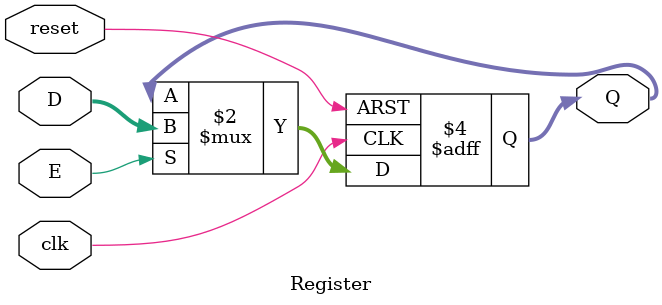
<source format=v>
`timescale 1ns / 1ps

module Register(
    input clk,
    input reset,
    input E,
    input [3:0] D,
    output reg [3:0] Q
    );
    
always @ (posedge clk, posedge reset)
if (reset) Q <= 4'b0; else
if (E) Q <= D;
  
endmodule



</source>
